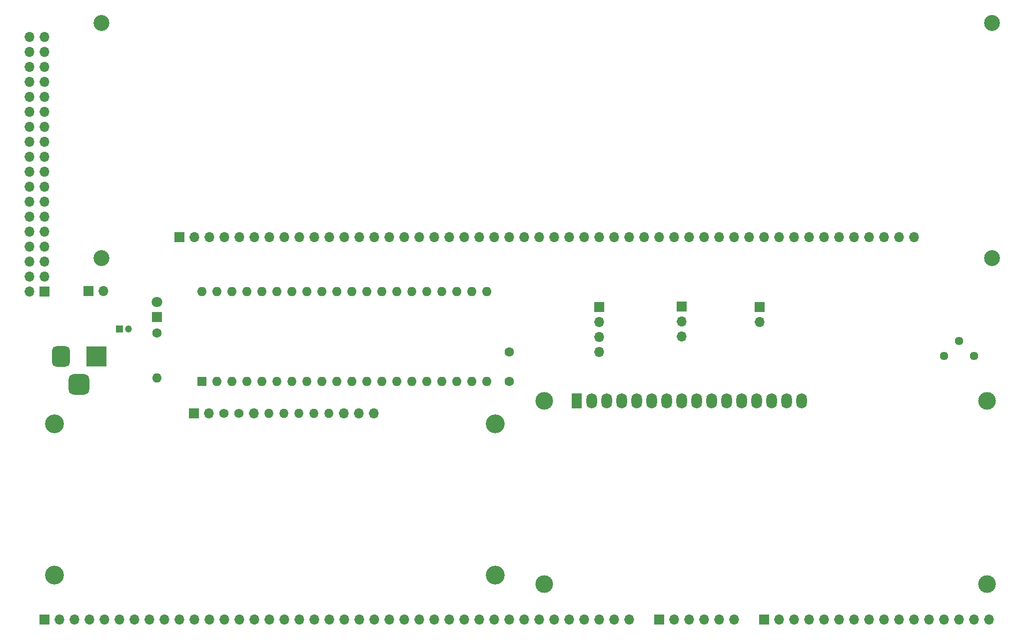
<source format=gts>
G04 #@! TF.GenerationSoftware,KiCad,Pcbnew,(6.0.11-0)*
G04 #@! TF.CreationDate,2023-05-23T16:25:54+02:00*
G04 #@! TF.ProjectId,6502_computer,36353032-5f63-46f6-9d70-757465722e6b,REV*
G04 #@! TF.SameCoordinates,Original*
G04 #@! TF.FileFunction,Soldermask,Top*
G04 #@! TF.FilePolarity,Negative*
%FSLAX46Y46*%
G04 Gerber Fmt 4.6, Leading zero omitted, Abs format (unit mm)*
G04 Created by KiCad (PCBNEW (6.0.11-0)) date 2023-05-23 16:25:54*
%MOMM*%
%LPD*%
G01*
G04 APERTURE LIST*
G04 Aperture macros list*
%AMRoundRect*
0 Rectangle with rounded corners*
0 $1 Rounding radius*
0 $2 $3 $4 $5 $6 $7 $8 $9 X,Y pos of 4 corners*
0 Add a 4 corners polygon primitive as box body*
4,1,4,$2,$3,$4,$5,$6,$7,$8,$9,$2,$3,0*
0 Add four circle primitives for the rounded corners*
1,1,$1+$1,$2,$3*
1,1,$1+$1,$4,$5*
1,1,$1+$1,$6,$7*
1,1,$1+$1,$8,$9*
0 Add four rect primitives between the rounded corners*
20,1,$1+$1,$2,$3,$4,$5,0*
20,1,$1+$1,$4,$5,$6,$7,0*
20,1,$1+$1,$6,$7,$8,$9,0*
20,1,$1+$1,$8,$9,$2,$3,0*%
G04 Aperture macros list end*
%ADD10R,3.500000X3.500000*%
%ADD11RoundRect,0.750000X-0.750000X-1.000000X0.750000X-1.000000X0.750000X1.000000X-0.750000X1.000000X0*%
%ADD12RoundRect,0.875000X-0.875000X-0.875000X0.875000X-0.875000X0.875000X0.875000X-0.875000X0.875000X0*%
%ADD13R,1.700000X1.700000*%
%ADD14O,1.700000X1.700000*%
%ADD15C,3.200000*%
%ADD16C,1.574800*%
%ADD17O,1.574800X1.574800*%
%ADD18C,2.700000*%
%ADD19R,1.600000X1.600000*%
%ADD20O,1.600000X1.600000*%
%ADD21O,1.579880X1.579880*%
%ADD22C,1.600000*%
%ADD23C,3.000000*%
%ADD24R,1.800000X2.600000*%
%ADD25O,1.800000X2.600000*%
%ADD26C,1.440000*%
%ADD27R,1.800000X1.800000*%
%ADD28C,1.800000*%
%ADD29R,1.200000X1.200000*%
%ADD30C,1.200000*%
G04 APERTURE END LIST*
D10*
X79939400Y-104960500D03*
D11*
X73939400Y-104960500D03*
D12*
X76939400Y-109660500D03*
D13*
X179070000Y-96520000D03*
D14*
X179070000Y-99060000D03*
X179070000Y-101600000D03*
D13*
X71120000Y-149606000D03*
D14*
X73660000Y-149606000D03*
X76200000Y-149606000D03*
X78740000Y-149606000D03*
X81280000Y-149606000D03*
X83820000Y-149606000D03*
X86360000Y-149606000D03*
X88900000Y-149606000D03*
X91440000Y-149606000D03*
X93980000Y-149606000D03*
X96520000Y-149606000D03*
X99060000Y-149606000D03*
X101600000Y-149606000D03*
X104140000Y-149606000D03*
X106680000Y-149606000D03*
X109220000Y-149606000D03*
X111760000Y-149606000D03*
X114300000Y-149606000D03*
X116840000Y-149606000D03*
X119380000Y-149606000D03*
X121920000Y-149606000D03*
X124460000Y-149606000D03*
X127000000Y-149606000D03*
X129540000Y-149606000D03*
X132080000Y-149606000D03*
X134620000Y-149606000D03*
X137160000Y-149606000D03*
X139700000Y-149606000D03*
X142240000Y-149606000D03*
X144780000Y-149606000D03*
X147320000Y-149606000D03*
X149860000Y-149606000D03*
X152400000Y-149606000D03*
X154940000Y-149606000D03*
X157480000Y-149606000D03*
X160020000Y-149606000D03*
X162560000Y-149606000D03*
X165100000Y-149606000D03*
X167640000Y-149606000D03*
X170180000Y-149606000D03*
D13*
X165125000Y-96530000D03*
D14*
X165125000Y-99070000D03*
X165125000Y-101610000D03*
X165125000Y-104150000D03*
D13*
X175260000Y-149606000D03*
D14*
X177800000Y-149606000D03*
X180340000Y-149606000D03*
X182880000Y-149606000D03*
X185420000Y-149606000D03*
X187960000Y-149606000D03*
D13*
X78586000Y-93880000D03*
D14*
X81126000Y-93880000D03*
D15*
X72828892Y-142034392D03*
X147504892Y-142034392D03*
X147504892Y-116380392D03*
X72828892Y-116380392D03*
D13*
X96450892Y-114602392D03*
D14*
X98990892Y-114602392D03*
D16*
X101530892Y-114602392D03*
X104070892Y-114602392D03*
D14*
X106610892Y-114602392D03*
D17*
X109150892Y-114602392D03*
X111690892Y-114602392D03*
X114230892Y-114602392D03*
X116770892Y-114602392D03*
X119310892Y-114602392D03*
D14*
X121850892Y-114602392D03*
X124390892Y-114602392D03*
X126930892Y-114602392D03*
D13*
X71120000Y-93980000D03*
D14*
X68580000Y-93980000D03*
X71120000Y-91440000D03*
X68580000Y-91440000D03*
X71120000Y-88900000D03*
X68580000Y-88900000D03*
X71120000Y-86360000D03*
X68580000Y-86360000D03*
X71120000Y-83820000D03*
X68580000Y-83820000D03*
X71120000Y-81280000D03*
X68580000Y-81280000D03*
X71120000Y-78740000D03*
X68580000Y-78740000D03*
X71120000Y-76200000D03*
X68580000Y-76200000D03*
X71120000Y-73660000D03*
X68580000Y-73660000D03*
X71120000Y-71120000D03*
X68580000Y-71120000D03*
X71120000Y-68580000D03*
X68580000Y-68580000D03*
X71120000Y-66040000D03*
X68580000Y-66040000D03*
X71120000Y-63500000D03*
X68580000Y-63500000D03*
X71120000Y-60960000D03*
X68580000Y-60960000D03*
X71120000Y-58420000D03*
X68580000Y-58420000D03*
X71120000Y-55880000D03*
X68580000Y-55880000D03*
X71120000Y-53340000D03*
X68580000Y-53340000D03*
X71120000Y-50800000D03*
X68580000Y-50800000D03*
D13*
X192303000Y-96540000D03*
D14*
X192303000Y-99080000D03*
D18*
X80748000Y-88265000D03*
X231624000Y-88265000D03*
X80748000Y-48387000D03*
X231624000Y-48387000D03*
D13*
X93956000Y-84709000D03*
D14*
X96496000Y-84709000D03*
X99036000Y-84709000D03*
X101576000Y-84709000D03*
X104116000Y-84709000D03*
X106656000Y-84709000D03*
X109196000Y-84709000D03*
X111736000Y-84709000D03*
X114276000Y-84709000D03*
X116816000Y-84709000D03*
X119356000Y-84709000D03*
X121896000Y-84709000D03*
X124436000Y-84709000D03*
X126976000Y-84709000D03*
X129516000Y-84709000D03*
X132056000Y-84709000D03*
X134596000Y-84709000D03*
X137136000Y-84709000D03*
X139676000Y-84709000D03*
X142216000Y-84709000D03*
X144756000Y-84709000D03*
X147296000Y-84709000D03*
X149836000Y-84709000D03*
X152376000Y-84709000D03*
X154916000Y-84709000D03*
X157456000Y-84709000D03*
X159996000Y-84709000D03*
X162536000Y-84709000D03*
X165076000Y-84709000D03*
X167616000Y-84709000D03*
X170156000Y-84709000D03*
X172696000Y-84709000D03*
X175236000Y-84709000D03*
X177776000Y-84709000D03*
X180316000Y-84709000D03*
X182856000Y-84709000D03*
X185396000Y-84709000D03*
X187936000Y-84709000D03*
X190476000Y-84709000D03*
X193016000Y-84709000D03*
X195556000Y-84709000D03*
X198096000Y-84709000D03*
X200636000Y-84709000D03*
X203176000Y-84709000D03*
X205716000Y-84709000D03*
X208256000Y-84709000D03*
X210796000Y-84709000D03*
X213336000Y-84709000D03*
X215876000Y-84709000D03*
X218416000Y-84709000D03*
D19*
X97790000Y-109220000D03*
D20*
X100330000Y-109220000D03*
X102870000Y-109220000D03*
X105410000Y-109220000D03*
X107950000Y-109220000D03*
D21*
X110490000Y-109220000D03*
X113030000Y-109220000D03*
X115570000Y-109220000D03*
D20*
X118110000Y-109220000D03*
X120650000Y-109220000D03*
X123190000Y-109220000D03*
X125730000Y-109220000D03*
X128270000Y-109220000D03*
X130810000Y-109220000D03*
X133350000Y-109220000D03*
X135890000Y-109220000D03*
X138430000Y-109220000D03*
X140970000Y-109220000D03*
X143510000Y-109220000D03*
X146050000Y-109220000D03*
X146050000Y-93980000D03*
X143510000Y-93980000D03*
X140970000Y-93980000D03*
D21*
X138430000Y-93980000D03*
X135890000Y-93980000D03*
X133350000Y-93980000D03*
D20*
X130810000Y-93980000D03*
X128270000Y-93980000D03*
X125730000Y-93980000D03*
X123190000Y-93980000D03*
X120650000Y-93980000D03*
X118110000Y-93980000D03*
X115570000Y-93980000D03*
X113030000Y-93980000D03*
X110490000Y-93980000D03*
X107950000Y-93980000D03*
X105410000Y-93980000D03*
X102870000Y-93980000D03*
X100330000Y-93980000D03*
X97790000Y-93980000D03*
D22*
X149860000Y-109180000D03*
X149860000Y-104180000D03*
D13*
X193040000Y-149606000D03*
D14*
X195580000Y-149606000D03*
X198120000Y-149606000D03*
X200660000Y-149606000D03*
X203200000Y-149606000D03*
X205740000Y-149606000D03*
X208280000Y-149606000D03*
X210820000Y-149606000D03*
X213360000Y-149606000D03*
X215900000Y-149606000D03*
X218440000Y-149606000D03*
X220980000Y-149606000D03*
X223520000Y-149606000D03*
X226060000Y-149606000D03*
X228600000Y-149606000D03*
X231140000Y-149606000D03*
D23*
X230793480Y-143522700D03*
X230794000Y-112522000D03*
X155794900Y-112522000D03*
X155794900Y-143522700D03*
D24*
X161294000Y-112522000D03*
D25*
X163834000Y-112522000D03*
X166374000Y-112522000D03*
X168914000Y-112522000D03*
X171454000Y-112522000D03*
X173994000Y-112522000D03*
X176534000Y-112522000D03*
X179074000Y-112522000D03*
X181614000Y-112522000D03*
X184154000Y-112522000D03*
X186694000Y-112522000D03*
X189234000Y-112522000D03*
X191774000Y-112522000D03*
X194314000Y-112522000D03*
X196854000Y-112522000D03*
X199394000Y-112522000D03*
D26*
X228600000Y-104902000D03*
X226060000Y-102362000D03*
X223520000Y-104902000D03*
D27*
X90158000Y-98298000D03*
D28*
X90158000Y-95758000D03*
D22*
X90170000Y-100965000D03*
D20*
X90170000Y-108585000D03*
D29*
X83820000Y-100330000D03*
D30*
X85320000Y-100330000D03*
M02*

</source>
